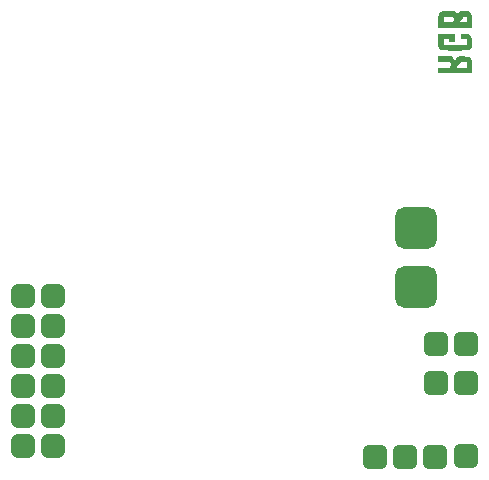
<source format=gbs>
G04 Layer: BottomSolderMaskLayer*
G04 EasyEDA Pro v2.2.45.4, 2025-12-19 14:04:37*
G04 Gerber Generator version 0.3*
G04 Scale: 100 percent, Rotated: No, Reflected: No*
G04 Dimensions in millimeters*
G04 Leading zeros omitted, absolute positions, 4 integers and 5 decimals*
G04 Generated by one-click*
%FSLAX45Y45*%
%MOMM*%
%AMRoundRect*1,1,$1,$2,$3*1,1,$1,$4,$5*1,1,$1,0-$2,0-$3*1,1,$1,0-$4,0-$5*20,1,$1,$2,$3,$4,$5,0*20,1,$1,$4,$5,0-$2,0-$3,0*20,1,$1,0-$2,0-$3,0-$4,0-$5,0*20,1,$1,0-$4,0-$5,$2,$3,0*4,1,4,$2,$3,$4,$5,0-$2,0-$3,0-$4,0-$5,$2,$3,0*%
%ADD10RoundRect,0.85865X-0.57147X-0.57147X-0.57147X0.57147*%
%ADD11RoundRect,0.85865X-0.57147X0.57147X0.57147X0.57147*%
%ADD12RoundRect,0.83858X-0.55651X-0.55651X-0.55651X0.55651*%
%ADD13RoundRect,1.45988X-1.02086X-1.02086X-1.02086X1.02086*%
%ADD14C,0.0323*%
G75*


G04 Text Start*
G36*
G01X-1043798Y4524064D02*
G01X-1043071Y4518973D01*
G01X-1042343Y4468791D01*
G01X-1042343Y4420791D01*
G01X-1330343Y4420791D01*
G01X-1330343Y4471700D01*
G01X-1329725Y4516791D01*
G01X-1282343Y4516791D01*
G01X-1282343Y4492791D01*
G01X-1281616Y4468063D01*
G01X-1245252Y4467336D01*
G01X-1218161Y4468063D01*
G01X-1149252Y4468063D01*
G01X-1119434Y4467336D01*
G01X-1090343Y4467336D01*
G01X-1090343Y4516791D01*
G01X-1102707Y4516791D01*
G01X-1112343Y4516064D01*
G01X-1116525Y4513882D01*
G01X-1119434Y4509518D01*
G01X-1119434Y4509518D01*
G01X-1122343Y4505882D01*
G01X-1148525Y4470973D01*
G01X-1149252Y4468063D01*
G01X-1218161Y4468063D01*
G01X-1208161Y4470245D01*
G01X-1205252Y4474609D01*
G01X-1202343Y4478245D01*
G01X-1197980Y4484063D01*
G01X-1193616Y4490609D01*
G01X-1193071Y4493154D01*
G01X-1194343Y4494973D01*
G01X-1197252Y4498609D01*
G01X-1199434Y4502245D01*
G01X-1202343Y4505882D01*
G01X-1206707Y4511700D01*
G01X-1211798Y4516064D01*
G01X-1248161Y4516791D01*
G01X-1248161Y4516791D01*
G01X-1282343Y4516791D01*
G01X-1329725Y4516791D01*
G01X-1329616Y4524791D01*
G01X-1327434Y4532064D01*
G01X-1324525Y4538609D01*
G01X-1320889Y4543700D01*
G01X-1316525Y4548791D01*
G01X-1312889Y4552427D01*
G01X-1309252Y4555336D01*
G01X-1299071Y4560427D01*
G01X-1290343Y4562609D01*
G01X-1235798Y4563336D01*
G01X-1198343Y4562791D01*
G01X-1184889Y4561154D01*
G01X-1167434Y4537882D01*
G01X-1163798Y4534245D01*
G01X-1161434Y4534064D01*
G01X-1158707Y4536427D01*
G01X-1141252Y4559700D01*
G01X-1138343Y4563336D01*
G01X-1109252Y4563336D01*
G01X-1077252Y4561882D01*
G01X-1071434Y4559700D01*
G01X-1064889Y4556064D01*
G01X-1059071Y4551700D01*
G01X-1055434Y4548064D01*
G01X-1051798Y4542973D01*
G01X-1048161Y4536427D01*
G01X-1045252Y4529882D01*
G01X-1043798Y4524064D01*
G37*
G36*
G01X-1317980Y4244791D02*
G01X-1322343Y4249882D01*
G01X-1325980Y4257154D01*
G01X-1328889Y4264427D01*
G01X-1330343Y4319700D01*
G01X-1330343Y4371336D01*
G01X-1186343Y4371336D01*
G01X-1186343Y4300064D01*
G01X-1234343Y4300064D01*
G01X-1234343Y4324791D01*
G01X-1282343Y4324791D01*
G01X-1282343Y4275336D01*
G01X-1090343Y4275336D01*
G01X-1090343Y4324791D01*
G01X-1138343Y4324791D01*
G01X-1138343Y4371336D01*
G01X-1109252Y4371336D01*
G01X-1077252Y4369882D01*
G01X-1071434Y4367700D01*
G01X-1064889Y4364063D01*
G01X-1059071Y4359700D01*
G01X-1055434Y4356063D01*
G01X-1051798Y4350973D01*
G01X-1048161Y4344427D01*
G01X-1045252Y4337882D01*
G01X-1043798Y4332063D01*
G01X-1043071Y4326973D01*
G01X-1042343Y4297882D01*
G01X-1043071Y4268791D01*
G01X-1044525Y4262245D01*
G01X-1046707Y4256427D01*
G01X-1053980Y4245518D01*
G01X-1060525Y4239700D01*
G01X-1065616Y4236063D01*
G01X-1070707Y4233154D01*
G01X-1078707Y4230245D01*
G01X-1188525Y4228791D01*
G01X-1296889Y4230245D01*
G01X-1301980Y4232427D01*
G01X-1306343Y4234609D01*
G01X-1310707Y4237518D01*
G01X-1317980Y4244791D01*
G37*
G36*
G01X-1043798Y4140064D02*
G01X-1043071Y4134973D01*
G01X-1042343Y4085518D01*
G01X-1042343Y4038245D01*
G01X-1330343Y4038245D01*
G01X-1330343Y4083336D01*
G01X-1282343Y4083336D01*
G01X-1245979Y4083882D01*
G01X-1238708Y4084791D01*
G01X-1172525Y4084791D01*
G01X-1131070Y4083336D01*
G01X-1090343Y4083336D01*
G01X-1090343Y4132791D01*
G01X-1114343Y4132791D01*
G01X-1132707Y4132245D01*
G01X-1132707Y4132245D01*
G01X-1139798Y4130609D01*
G01X-1170343Y4089882D01*
G01X-1172525Y4084791D01*
G01X-1238708Y4084791D01*
G01X-1232889Y4085518D01*
G01X-1219798Y4102972D01*
G01X-1217798Y4106427D01*
G01X-1217616Y4109518D01*
G01X-1220525Y4113882D01*
G01X-1223434Y4117518D01*
G01X-1225616Y4121154D01*
G01X-1228525Y4124791D01*
G01X-1232889Y4129882D01*
G01X-1246889Y4132064D01*
G01X-1283071Y4132791D01*
G01X-1330343Y4132791D01*
G01X-1330343Y4179336D01*
G01X-1269980Y4179336D01*
G01X-1224343Y4178609D01*
G01X-1208161Y4176427D01*
G01X-1205252Y4172064D01*
G01X-1202343Y4168427D01*
G01X-1193616Y4156791D01*
G01X-1189252Y4151700D01*
G01X-1186525Y4149882D01*
G01X-1184161Y4150245D01*
G01X-1181252Y4153882D01*
G01X-1179071Y4157518D01*
G01X-1176161Y4161154D01*
G01X-1167434Y4172791D01*
G01X-1163798Y4177154D01*
G01X-1151980Y4178791D01*
G01X-1120889Y4179336D01*
G01X-1077252Y4177882D01*
G01X-1071434Y4175700D01*
G01X-1064889Y4172064D01*
G01X-1059071Y4167700D01*
G01X-1055434Y4164064D01*
G01X-1051798Y4158973D01*
G01X-1048161Y4152427D01*
G01X-1045252Y4145882D01*
G01X-1043798Y4140064D01*
G37*
G04 Text End*

G04 Pad Start*
G54D10*
G01X-1861091Y789705D03*
G01X-1353091Y789705D03*
G01X-1607091Y789705D03*
G54D11*
G01X-1095384Y1746004D03*
G01X-1095384Y1414904D03*
G01X-1095384Y791704D03*
G01X-1349384Y1746004D03*
G01X-1349384Y1414904D03*
G54D12*
G01X-4589784Y878782D03*
G01X-4589784Y1132782D03*
G01X-4589784Y1386782D03*
G01X-4589784Y1640782D03*
G01X-4589784Y1894782D03*
G01X-4589784Y2148782D03*
G01X-4843784Y878782D03*
G01X-4843784Y1132782D03*
G01X-4843784Y1386782D03*
G01X-4843784Y1640782D03*
G01X-4843784Y1894782D03*
G01X-4843784Y2148782D03*
G54D13*
G01X-1514884Y2229617D03*
G01X-1514884Y2730505D03*
G04 Pad End*

M02*


</source>
